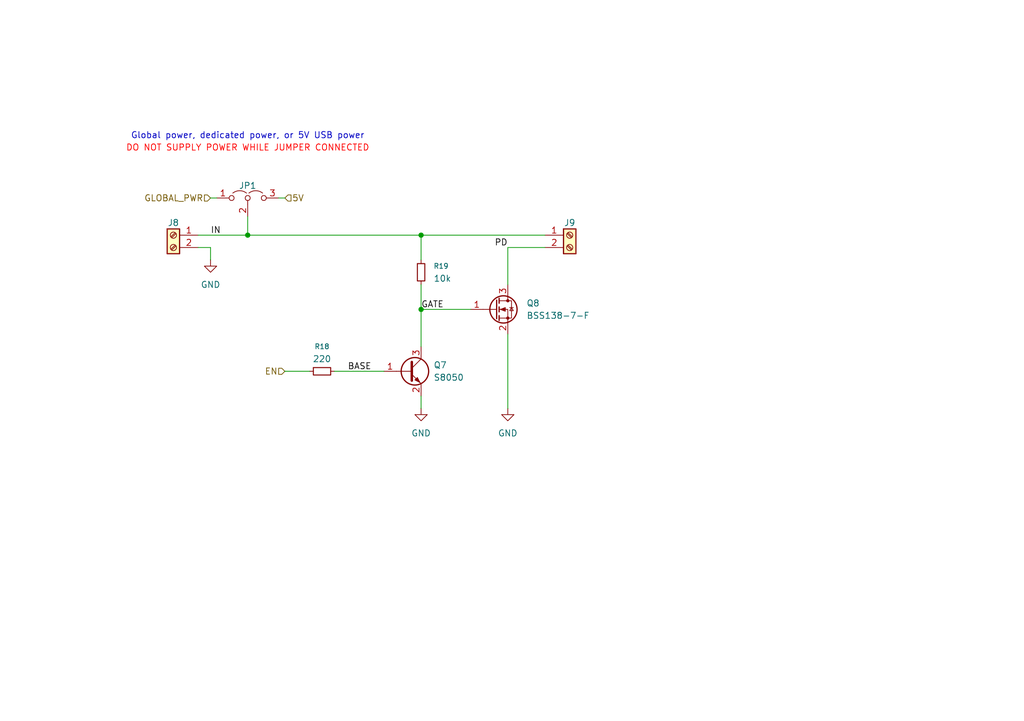
<source format=kicad_sch>
(kicad_sch (version 20250114) (generator "eeschema") (generator_version "9.0")
  (paper "A5")
  (title_block (title "Low Side Switch") (date "2025-11-02") (company "Marcel Robitaille"))
  (lib_symbols
    (symbol "Connector:Screw_Terminal_01x02" (pin_names (offset 1.016) (hide yes))
      (property "Reference" "J" (at 0 2.54 0))
      (property "Value" "Screw_Terminal_01x02" (at 0 -5.08 0))
      (symbol "Screw_Terminal_01x02_1_1"
        (rectangle (start -1.27 1.27) (end 1.27 -3.81) (stroke (width 0.254)) (fill (type background)))
        (polyline (pts (xy -0.5334 0.3302) (xy 0.3302 -0.508)) (stroke (width 0.1524)))
        (polyline (pts (xy -0.5334 -2.2098) (xy 0.3302 -3.048)) (stroke (width 0.1524)))
        (polyline (pts (xy -0.3556 0.508) (xy 0.508 -0.3302)) (stroke (width 0.1524)))
        (polyline (pts (xy -0.3556 -2.032) (xy 0.508 -2.8702)) (stroke (width 0.1524)))
        (circle (center 0 0) (radius 0.635) (stroke (width 0.1524)))
        (circle (center 0 -2.54) (radius 0.635) (stroke (width 0.1524)))
        (pin passive line (at -5.08 0 0) (length 3.81) (name "Pin_1") (number "1"))
        (pin passive line (at -5.08 -2.54 0) (length 3.81) (name "Pin_2") (number "2"))
      )
    )
    (symbol "Device:R_Small" (pin_numbers (hide yes)) (pin_names (offset 0.254) (hide yes))
      (property "Reference" "R" (at 0 0 90))
      (property "Value" "R_Small" (at 1.778 0 90))
      (symbol "R_Small_0_1"
        (rectangle (start -0.762 1.778) (end 0.762 -1.778) (stroke (width 0.2032)))
      )
      (symbol "R_Small_1_1"
        (pin passive line (at 0 2.54 270) (length 0.762) (name "~") (number "1"))
        (pin passive line (at 0 -2.54 90) (length 0.762) (name "~") (number "2"))
      )
    )
    (symbol "Jumper:Jumper_3_Open" (pin_names (offset 0) (hide yes)) (in_bom no)
      (property "Reference" "JP" (at -2.54 -2.54 0))
      (property "Value" "Jumper_3_Open" (at 0 2.794 0))
      (symbol "Jumper_3_Open_0_0"
        (circle (center -3.302 0) (radius 0.508))
        (circle (center 0 0) (radius 0.508))
        (circle (center 3.302 0) (radius 0.508))
      )
      (symbol "Jumper_3_Open_0_1"
        (arc (start -3.048 1.016) (mid -1.651 1.4992) (end -0.254 1.016))
        (polyline (pts (xy 0 -0.508) (xy 0 -1.27)))
        (arc (start 0.254 1.016) (mid 1.651 1.4992) (end 3.048 1.016))
      )
      (symbol "Jumper_3_Open_1_1"
        (pin passive line (at -6.35 0 0) (length 2.54) (name "A") (number "1"))
        (pin passive line (at 0 -3.81 90) (length 2.54) (name "C") (number "2"))
        (pin passive line (at 6.35 0 180) (length 2.54) (name "B") (number "3"))
      )
    )
    (symbol "Transistor_BJT:Q_NPN_BEC" (pin_names (offset 0) (hide yes))
      (property "Reference" "Q" (at 5.08 1.27 0))
      (property "Value" "Q_NPN_BEC" (at 5.08 -1.27 0))
      (symbol "Q_NPN_BEC_0_1"
        (polyline (pts (xy -2.54 0) (xy 0.635 0)))
        (polyline (pts (xy 0.635 1.905) (xy 0.635 -1.905)) (stroke (width 0.508)))
        (circle (center 1.27 0) (radius 2.8194) (stroke (width 0.254)))
      )
      (symbol "Q_NPN_BEC_1_1"
        (polyline (pts (xy 0.635 0.635) (xy 2.54 2.54)))
        (polyline (pts (xy 0.635 -0.635) (xy 2.54 -2.54)))
        (polyline (pts (xy 1.27 -1.778) (xy 1.778 -1.27) (xy 2.286 -2.286) (xy 1.27 -1.778)) (fill (type outline)))
        (pin input line (at -5.08 0 0) (length 2.54) (name "B") (number "1"))
        (pin passive line (at 2.54 5.08 270) (length 2.54) (name "C") (number "3"))
        (pin passive line (at 2.54 -5.08 90) (length 2.54) (name "E") (number "2"))
      )
    )
    (symbol "Transistor_FET:Q_NMOS_GSD" (pin_names (offset 0) (hide yes))
      (property "Reference" "Q" (at 5.08 1.905 0))
      (property "Value" "Q_NMOS_GSD" (at 5.08 0 0))
      (symbol "Q_NMOS_GSD_0_1"
        (polyline (pts (xy 0.254 1.905) (xy 0.254 -1.905)) (stroke (width 0.254)))
        (polyline (pts (xy 0.254 0) (xy -2.54 0)))
        (polyline (pts (xy 0.762 2.286) (xy 0.762 1.27)) (stroke (width 0.254)))
        (polyline (pts (xy 0.762 0.508) (xy 0.762 -0.508)) (stroke (width 0.254)))
        (polyline (pts (xy 0.762 -1.27) (xy 0.762 -2.286)) (stroke (width 0.254)))
        (polyline (pts (xy 0.762 -1.778) (xy 3.302 -1.778) (xy 3.302 1.778) (xy 0.762 1.778)))
        (polyline (pts (xy 1.016 0) (xy 2.032 0.381) (xy 2.032 -0.381) (xy 1.016 0)) (fill (type outline)))
        (circle (center 1.651 0) (radius 2.794) (stroke (width 0.254)))
        (polyline (pts (xy 2.54 2.54) (xy 2.54 1.778)))
        (circle (center 2.54 1.778) (radius 0.254) (fill (type outline)))
        (circle (center 2.54 -1.778) (radius 0.254) (fill (type outline)))
        (polyline (pts (xy 2.54 -2.54) (xy 2.54 0) (xy 0.762 0)))
        (polyline (pts (xy 2.921 0.381) (xy 3.683 0.381)))
        (polyline (pts (xy 3.302 0.381) (xy 2.921 -0.254) (xy 3.683 -0.254) (xy 3.302 0.381)))
      )
      (symbol "Q_NMOS_GSD_1_1"
        (pin input line (at -5.08 0 0) (length 2.54) (name "G") (number "1"))
        (pin passive line (at 2.54 5.08 270) (length 2.54) (name "D") (number "3"))
        (pin passive line (at 2.54 -5.08 90) (length 2.54) (name "S") (number "2"))
      )
    )
    (symbol "power:GND" (power) (pin_numbers (hide yes)) (pin_names (offset 0) (hide yes))
      (property "Value" "GND" (at 0 -3.81 0))
      (symbol "GND_0_1"
        (polyline (pts (xy 0 0) (xy 0 -1.27) (xy 1.27 -1.27) (xy 0 -2.54) (xy -1.27 -1.27) (xy 0 -1.27)))
      )
      (symbol "GND_1_1"
        (pin power_in line (at 0 0 270) (length 0) (name "~") (number "1"))
      )
    )
  )
  (text "Global power, dedicated power, or 5V USB power" (at 50.8 27.94 0) (effects (font (size 1.27 1.27))))
  (text "DO NOT SUPPLY POWER WHILE JUMPER CONNECTED" (at 50.8 30.48 0) (effects (font (size 1.27 1.27))))
  (junction (at 86.36 63.5))
  (junction (at 86.36 48.26))
  (junction (at 50.8 48.26))
  (wire (pts (xy 111.76 50.8) (xy 104.14 50.8)))
  (wire (pts (xy 104.14 50.8) (xy 104.14 58.42)))
  (wire (pts (xy 68.58 76.2) (xy 78.74 76.2)))
  (wire (pts (xy 58.42 40.64) (xy 57.15 40.64)))
  (wire (pts (xy 50.8 48.26) (xy 86.36 48.26)))
  (wire (pts (xy 86.36 48.26) (xy 111.76 48.26)))
  (wire (pts (xy 40.64 50.8) (xy 43.18 50.8)))
  (wire (pts (xy 43.18 40.64) (xy 44.45 40.64)))
  (wire (pts (xy 86.36 63.5) (xy 96.52 63.5)))
  (wire (pts (xy 104.14 68.58) (xy 104.14 83.82)))
  (wire (pts (xy 58.42 76.2) (xy 63.5 76.2)))
  (wire (pts (xy 50.8 44.45) (xy 50.8 48.26)))
  (wire (pts (xy 86.36 58.42) (xy 86.36 63.5)))
  (wire (pts (xy 86.36 63.5) (xy 86.36 71.12)))
  (wire (pts (xy 86.36 48.26) (xy 86.36 53.34)))
  (wire (pts (xy 40.64 48.26) (xy 50.8 48.26)))
  (wire (pts (xy 43.18 50.8) (xy 43.18 53.34)))
  (wire (pts (xy 86.36 83.82) (xy 86.36 81.28)))
  (label "BASE" (at 76.2 76.2 180))
  (label "IN" (at 43.18 48.26 0))
  (label "PD" (at 104.14 50.8 180))
  (label "GATE" (at 86.36 63.5 0))
  (hierarchical_label "EN" (shape input) (at 58.42 76.2 180))
  (hierarchical_label "5V" (shape input) (at 58.42 40.64 0))
  (hierarchical_label "GLOBAL_PWR" (shape input) (at 43.18 40.64 180))
  (symbol (lib_id "power:GND") (at 43.18 53.34 0) (unit 1)
    (property "Reference" "#PWR029" (effects (hide yes)))
    (property "Value" "GND" (at 43.18 58.42 0))
    (property "Description" "Power symbol creates a global label with name \"GND\" , ground" (effects (hide yes)))
    (instances (project "lighthouse" (path "" (reference "#PWR029") (unit 1)) (path "" (reference "#PWR032") (unit 1))))
  )
  (symbol (lib_id "Transistor_FET:Q_NMOS_GSD") (at 101.6 63.5 0) (unit 1)
    (property "Reference" "Q8" (at 107.95 62.2299 0) (effects (justify left)))
    (property "Value" "BSS138-7-F" (at 107.95 64.7699 0) (effects (justify left)))
    (property "Footprint" "Package_TO_SOT_SMD:SOT-23" (effects (hide yes)))
    (property "Description" "N-MOSFET transistor, gate/source/drain" (effects (hide yes)))
    (property "MPN" "BSS138-7-F" (effects (hide yes)))
    (property "Manufacturer" "Diodes Incorporated" (effects (hide yes)))
    (property "Digikey Part Numbr" "BSS138-FDICT-ND" (effects (hide yes)))
    (instances (project "lighthouse" (path "" (reference "Q8") (unit 1)) (path "" (reference "Q10") (unit 1))))
  )
  (symbol (lib_id "power:GND") (at 86.36 83.82 0) (unit 1)
    (property "Reference" "#PWR030" (effects (hide yes)))
    (property "Value" "GND" (at 86.36 88.9 0))
    (property "Description" "Power symbol creates a global label with name \"GND\" , ground" (effects (hide yes)))
    (instances (project "lighthouse" (path "" (reference "#PWR030") (unit 1)) (path "" (reference "#PWR033") (unit 1))))
  )
  (symbol (lib_id "power:GND") (at 104.14 83.82 0) (unit 1)
    (property "Reference" "#PWR031" (effects (hide yes)))
    (property "Value" "GND" (at 104.14 88.9 0))
    (property "Description" "Power symbol creates a global label with name \"GND\" , ground" (effects (hide yes)))
    (instances (project "lighthouse" (path "" (reference "#PWR031") (unit 1)) (path "" (reference "#PWR034") (unit 1))))
  )
  (symbol (lib_id "Jumper:Jumper_3_Open") (at 50.8 40.64 0) (unit 1) (in_bom no)
    (property "Reference" "JP1" (at 50.8 38.1 0))
    (property "Value" "Jumper_3_Open" (effects (hide yes)))
    (property "Footprint" "Connector_PinHeader_2.54mm:PinHeader_1x03_P2.54mm_Vertical" (effects (hide yes)))
    (property "Description" "Jumper, 3-pole, both open" (effects (hide yes)))
    (instances (project "lighthouse" (path "" (reference "JP1") (unit 1)) (path "" (reference "JP2") (unit 1))))
  )
  (symbol (lib_id "Connector:Screw_Terminal_01x02") (at 35.56 48.26 0) (mirror y) (unit 1)
    (property "Reference" "J8" (at 35.56 45.72 0))
    (property "Value" "TB0010-500-02GR" (effects (hide yes)))
    (property "Footprint" "lighthouse:TerminalBlock_TB0010-500-02GR_1x02_P5.00mm" (effects (hide yes)))
    (property "Description" "Generic screw terminal, single row, 01x02, script generated (kicad-library-utils/schlib/autogen/connector/)" (effects (hide yes)))
    (instances (project "lighthouse" (path "" (reference "J8") (unit 1)) (path "" (reference "J10") (unit 1))))
  )
  (symbol (lib_id "Device:R_Small") (at 86.36 55.88 0) (unit 1)
    (property "Reference" "R19" (at 88.9 54.6099 0) (effects (font (size 1.016 1.016)) (justify left)))
    (property "Value" "10k" (at 88.9 57.1499 0) (effects (justify left)))
    (property "Footprint" "Resistor_SMD:R_0805_2012Metric" (effects (hide yes)))
    (property "Description" "Resistor, small symbol" (effects (hide yes)))
    (instances (project "lighthouse" (path "" (reference "R19") (unit 1)) (path "" (reference "R21") (unit 1))))
  )
  (symbol (lib_id "Device:R_Small") (at 66.04 76.2 90) (unit 1)
    (property "Reference" "R18" (at 66.04 71.12 90) (effects (font (size 1.016 1.016))))
    (property "Value" "220" (at 66.04 73.66 90))
    (property "Footprint" "Resistor_SMD:R_0805_2012Metric" (effects (hide yes)))
    (property "Description" "Resistor, small symbol" (effects (hide yes)))
    (instances (project "lighthouse" (path "" (reference "R18") (unit 1)) (path "" (reference "R20") (unit 1))))
  )
  (symbol (lib_id "Connector:Screw_Terminal_01x02") (at 116.84 48.26 0) (unit 1)
    (property "Reference" "J9" (at 116.84 45.72 0))
    (property "Value" "TB0010-500-02GR" (effects (hide yes)))
    (property "Footprint" "lighthouse:TerminalBlock_TB0010-500-02GR_1x02_P5.00mm" (effects (hide yes)))
    (property "Description" "Generic screw terminal, single row, 01x02, script generated (kicad-library-utils/schlib/autogen/connector/)" (effects (hide yes)))
    (instances (project "lighthouse" (path "" (reference "J9") (unit 1)) (path "" (reference "J11") (unit 1))))
  )
  (symbol (lib_id "Transistor_BJT:Q_NPN_BEC") (at 83.82 76.2 0) (unit 1)
    (property "Reference" "Q7" (at 88.9 74.9299 0) (effects (justify left)))
    (property "Value" "S8050" (at 88.9 77.4699 0) (effects (justify left)))
    (property "Footprint" "Package_TO_SOT_SMD:SOT-23-3" (effects (hide yes)))
    (property "Datasheet" "https://www.mccsemi.com/pdf/Products/MMSS8050(SOT-23).pdf" (effects (hide yes)))
    (property "Description" "NPN transistor, base/emitter/collector" (effects (hide yes)))
    (property "LCSC Part Number" "C2891804" (effects (hide yes)))
    (property "MPN" "MMSS8050-H-TP" (effects (hide yes)))
    (property "Manufacturer" "MCC (Micro Commercial Components)" (effects (hide yes)))
    (property "Digikey Part Number" "MMSS8050-H-TPMSCT-ND" (effects (hide yes)))
    (instances (project "lighthouse" (path "" (reference "Q7") (unit 1)) (path "" (reference "Q9") (unit 1))))
  )
)
</source>
